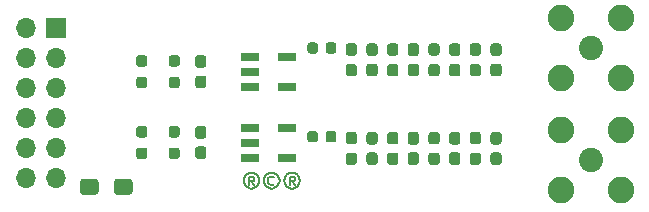
<source format=gbr>
G04 #@! TF.GenerationSoftware,KiCad,Pcbnew,5.1.10-1.fc33*
G04 #@! TF.CreationDate,2021-10-10T14:47:09-05:00*
G04 #@! TF.ProjectId,lvds_pmod,6c766473-5f70-46d6-9f64-2e6b69636164,A*
G04 #@! TF.SameCoordinates,Original*
G04 #@! TF.FileFunction,Soldermask,Top*
G04 #@! TF.FilePolarity,Negative*
%FSLAX46Y46*%
G04 Gerber Fmt 4.6, Leading zero omitted, Abs format (unit mm)*
G04 Created by KiCad (PCBNEW 5.1.10-1.fc33) date 2021-10-10 14:47:09*
%MOMM*%
%LPD*%
G01*
G04 APERTURE LIST*
%ADD10C,0.150000*%
%ADD11R,1.650000X0.760000*%
%ADD12C,2.250000*%
%ADD13C,2.050000*%
%ADD14O,1.700000X1.700000*%
%ADD15R,1.700000X1.700000*%
G04 APERTURE END LIST*
D10*
X148023809Y-98559523D02*
X147785714Y-98273809D01*
X147595238Y-98559523D02*
X147595238Y-97892857D01*
X147880952Y-97892857D01*
X147976190Y-97940476D01*
X148023809Y-98035714D01*
X148023809Y-98130952D01*
X147976190Y-98226190D01*
X147880952Y-98273809D01*
X147595238Y-98273809D01*
X147785714Y-97559523D02*
X147547619Y-97607142D01*
X147309523Y-97750000D01*
X147166666Y-97988095D01*
X147119047Y-98226190D01*
X147166666Y-98464285D01*
X147309523Y-98702380D01*
X147547619Y-98845238D01*
X147785714Y-98892857D01*
X148023809Y-98845238D01*
X148261904Y-98702380D01*
X148404761Y-98464285D01*
X148452380Y-98226190D01*
X148404761Y-97988095D01*
X148261904Y-97750000D01*
X148023809Y-97607142D01*
X147785714Y-97559523D01*
X149690476Y-97940476D02*
X149595238Y-97892857D01*
X149404761Y-97892857D01*
X149309523Y-97940476D01*
X149214285Y-98035714D01*
X149166666Y-98130952D01*
X149166666Y-98321428D01*
X149214285Y-98416666D01*
X149309523Y-98511904D01*
X149404761Y-98559523D01*
X149595238Y-98559523D01*
X149690476Y-98511904D01*
X149500000Y-97559523D02*
X149261904Y-97607142D01*
X149023809Y-97750000D01*
X148880952Y-97988095D01*
X148833333Y-98226190D01*
X148880952Y-98464285D01*
X149023809Y-98702380D01*
X149261904Y-98845238D01*
X149500000Y-98892857D01*
X149738095Y-98845238D01*
X149976190Y-98702380D01*
X150119047Y-98464285D01*
X150166666Y-98226190D01*
X150119047Y-97988095D01*
X149976190Y-97750000D01*
X149738095Y-97607142D01*
X149500000Y-97559523D01*
X151452380Y-98559523D02*
X151214285Y-98273809D01*
X151023809Y-98559523D02*
X151023809Y-97892857D01*
X151309523Y-97892857D01*
X151404761Y-97940476D01*
X151452380Y-98035714D01*
X151452380Y-98130952D01*
X151404761Y-98226190D01*
X151309523Y-98273809D01*
X151023809Y-98273809D01*
X151214285Y-97559523D02*
X150976190Y-97607142D01*
X150738095Y-97750000D01*
X150595238Y-97988095D01*
X150547619Y-98226190D01*
X150595238Y-98464285D01*
X150738095Y-98702380D01*
X150976190Y-98845238D01*
X151214285Y-98892857D01*
X151452380Y-98845238D01*
X151690476Y-98702380D01*
X151833333Y-98464285D01*
X151880952Y-98226190D01*
X151833333Y-97988095D01*
X151690476Y-97750000D01*
X151452380Y-97607142D01*
X151214285Y-97559523D01*
G36*
G01*
X166512500Y-95850000D02*
X166987500Y-95850000D01*
G75*
G02*
X167225000Y-96087500I0J-237500D01*
G01*
X167225000Y-96662500D01*
G75*
G02*
X166987500Y-96900000I-237500J0D01*
G01*
X166512500Y-96900000D01*
G75*
G02*
X166275000Y-96662500I0J237500D01*
G01*
X166275000Y-96087500D01*
G75*
G02*
X166512500Y-95850000I237500J0D01*
G01*
G37*
G36*
G01*
X166512500Y-94100000D02*
X166987500Y-94100000D01*
G75*
G02*
X167225000Y-94337500I0J-237500D01*
G01*
X167225000Y-94912500D01*
G75*
G02*
X166987500Y-95150000I-237500J0D01*
G01*
X166512500Y-95150000D01*
G75*
G02*
X166275000Y-94912500I0J237500D01*
G01*
X166275000Y-94337500D01*
G75*
G02*
X166512500Y-94100000I237500J0D01*
G01*
G37*
G36*
G01*
X166512500Y-88350000D02*
X166987500Y-88350000D01*
G75*
G02*
X167225000Y-88587500I0J-237500D01*
G01*
X167225000Y-89162500D01*
G75*
G02*
X166987500Y-89400000I-237500J0D01*
G01*
X166512500Y-89400000D01*
G75*
G02*
X166275000Y-89162500I0J237500D01*
G01*
X166275000Y-88587500D01*
G75*
G02*
X166512500Y-88350000I237500J0D01*
G01*
G37*
G36*
G01*
X166512500Y-86600000D02*
X166987500Y-86600000D01*
G75*
G02*
X167225000Y-86837500I0J-237500D01*
G01*
X167225000Y-87412500D01*
G75*
G02*
X166987500Y-87650000I-237500J0D01*
G01*
X166512500Y-87650000D01*
G75*
G02*
X166275000Y-87412500I0J237500D01*
G01*
X166275000Y-86837500D01*
G75*
G02*
X166512500Y-86600000I237500J0D01*
G01*
G37*
G36*
G01*
X163012500Y-95850000D02*
X163487500Y-95850000D01*
G75*
G02*
X163725000Y-96087500I0J-237500D01*
G01*
X163725000Y-96662500D01*
G75*
G02*
X163487500Y-96900000I-237500J0D01*
G01*
X163012500Y-96900000D01*
G75*
G02*
X162775000Y-96662500I0J237500D01*
G01*
X162775000Y-96087500D01*
G75*
G02*
X163012500Y-95850000I237500J0D01*
G01*
G37*
G36*
G01*
X163012500Y-94100000D02*
X163487500Y-94100000D01*
G75*
G02*
X163725000Y-94337500I0J-237500D01*
G01*
X163725000Y-94912500D01*
G75*
G02*
X163487500Y-95150000I-237500J0D01*
G01*
X163012500Y-95150000D01*
G75*
G02*
X162775000Y-94912500I0J237500D01*
G01*
X162775000Y-94337500D01*
G75*
G02*
X163012500Y-94100000I237500J0D01*
G01*
G37*
G36*
G01*
X163012500Y-88350000D02*
X163487500Y-88350000D01*
G75*
G02*
X163725000Y-88587500I0J-237500D01*
G01*
X163725000Y-89162500D01*
G75*
G02*
X163487500Y-89400000I-237500J0D01*
G01*
X163012500Y-89400000D01*
G75*
G02*
X162775000Y-89162500I0J237500D01*
G01*
X162775000Y-88587500D01*
G75*
G02*
X163012500Y-88350000I237500J0D01*
G01*
G37*
G36*
G01*
X163012500Y-86600000D02*
X163487500Y-86600000D01*
G75*
G02*
X163725000Y-86837500I0J-237500D01*
G01*
X163725000Y-87412500D01*
G75*
G02*
X163487500Y-87650000I-237500J0D01*
G01*
X163012500Y-87650000D01*
G75*
G02*
X162775000Y-87412500I0J237500D01*
G01*
X162775000Y-86837500D01*
G75*
G02*
X163012500Y-86600000I237500J0D01*
G01*
G37*
G36*
G01*
X159512500Y-95850000D02*
X159987500Y-95850000D01*
G75*
G02*
X160225000Y-96087500I0J-237500D01*
G01*
X160225000Y-96662500D01*
G75*
G02*
X159987500Y-96900000I-237500J0D01*
G01*
X159512500Y-96900000D01*
G75*
G02*
X159275000Y-96662500I0J237500D01*
G01*
X159275000Y-96087500D01*
G75*
G02*
X159512500Y-95850000I237500J0D01*
G01*
G37*
G36*
G01*
X159512500Y-94100000D02*
X159987500Y-94100000D01*
G75*
G02*
X160225000Y-94337500I0J-237500D01*
G01*
X160225000Y-94912500D01*
G75*
G02*
X159987500Y-95150000I-237500J0D01*
G01*
X159512500Y-95150000D01*
G75*
G02*
X159275000Y-94912500I0J237500D01*
G01*
X159275000Y-94337500D01*
G75*
G02*
X159512500Y-94100000I237500J0D01*
G01*
G37*
G36*
G01*
X159512500Y-88350000D02*
X159987500Y-88350000D01*
G75*
G02*
X160225000Y-88587500I0J-237500D01*
G01*
X160225000Y-89162500D01*
G75*
G02*
X159987500Y-89400000I-237500J0D01*
G01*
X159512500Y-89400000D01*
G75*
G02*
X159275000Y-89162500I0J237500D01*
G01*
X159275000Y-88587500D01*
G75*
G02*
X159512500Y-88350000I237500J0D01*
G01*
G37*
G36*
G01*
X159512500Y-86600000D02*
X159987500Y-86600000D01*
G75*
G02*
X160225000Y-86837500I0J-237500D01*
G01*
X160225000Y-87412500D01*
G75*
G02*
X159987500Y-87650000I-237500J0D01*
G01*
X159512500Y-87650000D01*
G75*
G02*
X159275000Y-87412500I0J237500D01*
G01*
X159275000Y-86837500D01*
G75*
G02*
X159512500Y-86600000I237500J0D01*
G01*
G37*
G36*
G01*
X156012500Y-95850000D02*
X156487500Y-95850000D01*
G75*
G02*
X156725000Y-96087500I0J-237500D01*
G01*
X156725000Y-96662500D01*
G75*
G02*
X156487500Y-96900000I-237500J0D01*
G01*
X156012500Y-96900000D01*
G75*
G02*
X155775000Y-96662500I0J237500D01*
G01*
X155775000Y-96087500D01*
G75*
G02*
X156012500Y-95850000I237500J0D01*
G01*
G37*
G36*
G01*
X156012500Y-94100000D02*
X156487500Y-94100000D01*
G75*
G02*
X156725000Y-94337500I0J-237500D01*
G01*
X156725000Y-94912500D01*
G75*
G02*
X156487500Y-95150000I-237500J0D01*
G01*
X156012500Y-95150000D01*
G75*
G02*
X155775000Y-94912500I0J237500D01*
G01*
X155775000Y-94337500D01*
G75*
G02*
X156012500Y-94100000I237500J0D01*
G01*
G37*
G36*
G01*
X156012500Y-88350000D02*
X156487500Y-88350000D01*
G75*
G02*
X156725000Y-88587500I0J-237500D01*
G01*
X156725000Y-89162500D01*
G75*
G02*
X156487500Y-89400000I-237500J0D01*
G01*
X156012500Y-89400000D01*
G75*
G02*
X155775000Y-89162500I0J237500D01*
G01*
X155775000Y-88587500D01*
G75*
G02*
X156012500Y-88350000I237500J0D01*
G01*
G37*
G36*
G01*
X156012500Y-86600000D02*
X156487500Y-86600000D01*
G75*
G02*
X156725000Y-86837500I0J-237500D01*
G01*
X156725000Y-87412500D01*
G75*
G02*
X156487500Y-87650000I-237500J0D01*
G01*
X156012500Y-87650000D01*
G75*
G02*
X155775000Y-87412500I0J237500D01*
G01*
X155775000Y-86837500D01*
G75*
G02*
X156012500Y-86600000I237500J0D01*
G01*
G37*
G36*
G01*
X168262500Y-95825000D02*
X168737500Y-95825000D01*
G75*
G02*
X168975000Y-96062500I0J-237500D01*
G01*
X168975000Y-96662500D01*
G75*
G02*
X168737500Y-96900000I-237500J0D01*
G01*
X168262500Y-96900000D01*
G75*
G02*
X168025000Y-96662500I0J237500D01*
G01*
X168025000Y-96062500D01*
G75*
G02*
X168262500Y-95825000I237500J0D01*
G01*
G37*
G36*
G01*
X168262500Y-94100000D02*
X168737500Y-94100000D01*
G75*
G02*
X168975000Y-94337500I0J-237500D01*
G01*
X168975000Y-94937500D01*
G75*
G02*
X168737500Y-95175000I-237500J0D01*
G01*
X168262500Y-95175000D01*
G75*
G02*
X168025000Y-94937500I0J237500D01*
G01*
X168025000Y-94337500D01*
G75*
G02*
X168262500Y-94100000I237500J0D01*
G01*
G37*
G36*
G01*
X168262500Y-88325000D02*
X168737500Y-88325000D01*
G75*
G02*
X168975000Y-88562500I0J-237500D01*
G01*
X168975000Y-89162500D01*
G75*
G02*
X168737500Y-89400000I-237500J0D01*
G01*
X168262500Y-89400000D01*
G75*
G02*
X168025000Y-89162500I0J237500D01*
G01*
X168025000Y-88562500D01*
G75*
G02*
X168262500Y-88325000I237500J0D01*
G01*
G37*
G36*
G01*
X168262500Y-86600000D02*
X168737500Y-86600000D01*
G75*
G02*
X168975000Y-86837500I0J-237500D01*
G01*
X168975000Y-87437500D01*
G75*
G02*
X168737500Y-87675000I-237500J0D01*
G01*
X168262500Y-87675000D01*
G75*
G02*
X168025000Y-87437500I0J237500D01*
G01*
X168025000Y-86837500D01*
G75*
G02*
X168262500Y-86600000I237500J0D01*
G01*
G37*
G36*
G01*
X164762500Y-95825000D02*
X165237500Y-95825000D01*
G75*
G02*
X165475000Y-96062500I0J-237500D01*
G01*
X165475000Y-96662500D01*
G75*
G02*
X165237500Y-96900000I-237500J0D01*
G01*
X164762500Y-96900000D01*
G75*
G02*
X164525000Y-96662500I0J237500D01*
G01*
X164525000Y-96062500D01*
G75*
G02*
X164762500Y-95825000I237500J0D01*
G01*
G37*
G36*
G01*
X164762500Y-94100000D02*
X165237500Y-94100000D01*
G75*
G02*
X165475000Y-94337500I0J-237500D01*
G01*
X165475000Y-94937500D01*
G75*
G02*
X165237500Y-95175000I-237500J0D01*
G01*
X164762500Y-95175000D01*
G75*
G02*
X164525000Y-94937500I0J237500D01*
G01*
X164525000Y-94337500D01*
G75*
G02*
X164762500Y-94100000I237500J0D01*
G01*
G37*
G36*
G01*
X164762500Y-88325000D02*
X165237500Y-88325000D01*
G75*
G02*
X165475000Y-88562500I0J-237500D01*
G01*
X165475000Y-89162500D01*
G75*
G02*
X165237500Y-89400000I-237500J0D01*
G01*
X164762500Y-89400000D01*
G75*
G02*
X164525000Y-89162500I0J237500D01*
G01*
X164525000Y-88562500D01*
G75*
G02*
X164762500Y-88325000I237500J0D01*
G01*
G37*
G36*
G01*
X164762500Y-86600000D02*
X165237500Y-86600000D01*
G75*
G02*
X165475000Y-86837500I0J-237500D01*
G01*
X165475000Y-87437500D01*
G75*
G02*
X165237500Y-87675000I-237500J0D01*
G01*
X164762500Y-87675000D01*
G75*
G02*
X164525000Y-87437500I0J237500D01*
G01*
X164525000Y-86837500D01*
G75*
G02*
X164762500Y-86600000I237500J0D01*
G01*
G37*
G36*
G01*
X161262500Y-95825000D02*
X161737500Y-95825000D01*
G75*
G02*
X161975000Y-96062500I0J-237500D01*
G01*
X161975000Y-96662500D01*
G75*
G02*
X161737500Y-96900000I-237500J0D01*
G01*
X161262500Y-96900000D01*
G75*
G02*
X161025000Y-96662500I0J237500D01*
G01*
X161025000Y-96062500D01*
G75*
G02*
X161262500Y-95825000I237500J0D01*
G01*
G37*
G36*
G01*
X161262500Y-94100000D02*
X161737500Y-94100000D01*
G75*
G02*
X161975000Y-94337500I0J-237500D01*
G01*
X161975000Y-94937500D01*
G75*
G02*
X161737500Y-95175000I-237500J0D01*
G01*
X161262500Y-95175000D01*
G75*
G02*
X161025000Y-94937500I0J237500D01*
G01*
X161025000Y-94337500D01*
G75*
G02*
X161262500Y-94100000I237500J0D01*
G01*
G37*
G36*
G01*
X161262500Y-88325000D02*
X161737500Y-88325000D01*
G75*
G02*
X161975000Y-88562500I0J-237500D01*
G01*
X161975000Y-89162500D01*
G75*
G02*
X161737500Y-89400000I-237500J0D01*
G01*
X161262500Y-89400000D01*
G75*
G02*
X161025000Y-89162500I0J237500D01*
G01*
X161025000Y-88562500D01*
G75*
G02*
X161262500Y-88325000I237500J0D01*
G01*
G37*
G36*
G01*
X161262500Y-86600000D02*
X161737500Y-86600000D01*
G75*
G02*
X161975000Y-86837500I0J-237500D01*
G01*
X161975000Y-87437500D01*
G75*
G02*
X161737500Y-87675000I-237500J0D01*
G01*
X161262500Y-87675000D01*
G75*
G02*
X161025000Y-87437500I0J237500D01*
G01*
X161025000Y-86837500D01*
G75*
G02*
X161262500Y-86600000I237500J0D01*
G01*
G37*
G36*
G01*
X157762500Y-95825000D02*
X158237500Y-95825000D01*
G75*
G02*
X158475000Y-96062500I0J-237500D01*
G01*
X158475000Y-96662500D01*
G75*
G02*
X158237500Y-96900000I-237500J0D01*
G01*
X157762500Y-96900000D01*
G75*
G02*
X157525000Y-96662500I0J237500D01*
G01*
X157525000Y-96062500D01*
G75*
G02*
X157762500Y-95825000I237500J0D01*
G01*
G37*
G36*
G01*
X157762500Y-94100000D02*
X158237500Y-94100000D01*
G75*
G02*
X158475000Y-94337500I0J-237500D01*
G01*
X158475000Y-94937500D01*
G75*
G02*
X158237500Y-95175000I-237500J0D01*
G01*
X157762500Y-95175000D01*
G75*
G02*
X157525000Y-94937500I0J237500D01*
G01*
X157525000Y-94337500D01*
G75*
G02*
X157762500Y-94100000I237500J0D01*
G01*
G37*
G36*
G01*
X157762500Y-88325000D02*
X158237500Y-88325000D01*
G75*
G02*
X158475000Y-88562500I0J-237500D01*
G01*
X158475000Y-89162500D01*
G75*
G02*
X158237500Y-89400000I-237500J0D01*
G01*
X157762500Y-89400000D01*
G75*
G02*
X157525000Y-89162500I0J237500D01*
G01*
X157525000Y-88562500D01*
G75*
G02*
X157762500Y-88325000I237500J0D01*
G01*
G37*
G36*
G01*
X157762500Y-86600000D02*
X158237500Y-86600000D01*
G75*
G02*
X158475000Y-86837500I0J-237500D01*
G01*
X158475000Y-87437500D01*
G75*
G02*
X158237500Y-87675000I-237500J0D01*
G01*
X157762500Y-87675000D01*
G75*
G02*
X157525000Y-87437500I0J237500D01*
G01*
X157525000Y-86837500D01*
G75*
G02*
X157762500Y-86600000I237500J0D01*
G01*
G37*
G36*
G01*
X154075000Y-94750000D02*
X154075000Y-94250000D01*
G75*
G02*
X154300000Y-94025000I225000J0D01*
G01*
X154750000Y-94025000D01*
G75*
G02*
X154975000Y-94250000I0J-225000D01*
G01*
X154975000Y-94750000D01*
G75*
G02*
X154750000Y-94975000I-225000J0D01*
G01*
X154300000Y-94975000D01*
G75*
G02*
X154075000Y-94750000I0J225000D01*
G01*
G37*
G36*
G01*
X152525000Y-94750000D02*
X152525000Y-94250000D01*
G75*
G02*
X152750000Y-94025000I225000J0D01*
G01*
X153200000Y-94025000D01*
G75*
G02*
X153425000Y-94250000I0J-225000D01*
G01*
X153425000Y-94750000D01*
G75*
G02*
X153200000Y-94975000I-225000J0D01*
G01*
X152750000Y-94975000D01*
G75*
G02*
X152525000Y-94750000I0J225000D01*
G01*
G37*
G36*
G01*
X154075000Y-87250000D02*
X154075000Y-86750000D01*
G75*
G02*
X154300000Y-86525000I225000J0D01*
G01*
X154750000Y-86525000D01*
G75*
G02*
X154975000Y-86750000I0J-225000D01*
G01*
X154975000Y-87250000D01*
G75*
G02*
X154750000Y-87475000I-225000J0D01*
G01*
X154300000Y-87475000D01*
G75*
G02*
X154075000Y-87250000I0J225000D01*
G01*
G37*
G36*
G01*
X152525000Y-87250000D02*
X152525000Y-86750000D01*
G75*
G02*
X152750000Y-86525000I225000J0D01*
G01*
X153200000Y-86525000D01*
G75*
G02*
X153425000Y-86750000I0J-225000D01*
G01*
X153425000Y-87250000D01*
G75*
G02*
X153200000Y-87475000I-225000J0D01*
G01*
X152750000Y-87475000D01*
G75*
G02*
X152525000Y-87250000I0J225000D01*
G01*
G37*
D11*
X150840000Y-93730000D03*
X150840000Y-96270000D03*
X147660000Y-96270000D03*
X147660000Y-95000000D03*
X147660000Y-93730000D03*
X150840000Y-87730000D03*
X150840000Y-90270000D03*
X147660000Y-90270000D03*
X147660000Y-89000000D03*
X147660000Y-87730000D03*
G36*
G01*
X138262500Y-95425000D02*
X138737500Y-95425000D01*
G75*
G02*
X138975000Y-95662500I0J-237500D01*
G01*
X138975000Y-96162500D01*
G75*
G02*
X138737500Y-96400000I-237500J0D01*
G01*
X138262500Y-96400000D01*
G75*
G02*
X138025000Y-96162500I0J237500D01*
G01*
X138025000Y-95662500D01*
G75*
G02*
X138262500Y-95425000I237500J0D01*
G01*
G37*
G36*
G01*
X138262500Y-93600000D02*
X138737500Y-93600000D01*
G75*
G02*
X138975000Y-93837500I0J-237500D01*
G01*
X138975000Y-94337500D01*
G75*
G02*
X138737500Y-94575000I-237500J0D01*
G01*
X138262500Y-94575000D01*
G75*
G02*
X138025000Y-94337500I0J237500D01*
G01*
X138025000Y-93837500D01*
G75*
G02*
X138262500Y-93600000I237500J0D01*
G01*
G37*
G36*
G01*
X141487500Y-94575000D02*
X141012500Y-94575000D01*
G75*
G02*
X140775000Y-94337500I0J237500D01*
G01*
X140775000Y-93837500D01*
G75*
G02*
X141012500Y-93600000I237500J0D01*
G01*
X141487500Y-93600000D01*
G75*
G02*
X141725000Y-93837500I0J-237500D01*
G01*
X141725000Y-94337500D01*
G75*
G02*
X141487500Y-94575000I-237500J0D01*
G01*
G37*
G36*
G01*
X141487500Y-96400000D02*
X141012500Y-96400000D01*
G75*
G02*
X140775000Y-96162500I0J237500D01*
G01*
X140775000Y-95662500D01*
G75*
G02*
X141012500Y-95425000I237500J0D01*
G01*
X141487500Y-95425000D01*
G75*
G02*
X141725000Y-95662500I0J-237500D01*
G01*
X141725000Y-96162500D01*
G75*
G02*
X141487500Y-96400000I-237500J0D01*
G01*
G37*
G36*
G01*
X138262500Y-89425000D02*
X138737500Y-89425000D01*
G75*
G02*
X138975000Y-89662500I0J-237500D01*
G01*
X138975000Y-90162500D01*
G75*
G02*
X138737500Y-90400000I-237500J0D01*
G01*
X138262500Y-90400000D01*
G75*
G02*
X138025000Y-90162500I0J237500D01*
G01*
X138025000Y-89662500D01*
G75*
G02*
X138262500Y-89425000I237500J0D01*
G01*
G37*
G36*
G01*
X138262500Y-87600000D02*
X138737500Y-87600000D01*
G75*
G02*
X138975000Y-87837500I0J-237500D01*
G01*
X138975000Y-88337500D01*
G75*
G02*
X138737500Y-88575000I-237500J0D01*
G01*
X138262500Y-88575000D01*
G75*
G02*
X138025000Y-88337500I0J237500D01*
G01*
X138025000Y-87837500D01*
G75*
G02*
X138262500Y-87600000I237500J0D01*
G01*
G37*
G36*
G01*
X141487500Y-88575000D02*
X141012500Y-88575000D01*
G75*
G02*
X140775000Y-88337500I0J237500D01*
G01*
X140775000Y-87837500D01*
G75*
G02*
X141012500Y-87600000I237500J0D01*
G01*
X141487500Y-87600000D01*
G75*
G02*
X141725000Y-87837500I0J-237500D01*
G01*
X141725000Y-88337500D01*
G75*
G02*
X141487500Y-88575000I-237500J0D01*
G01*
G37*
G36*
G01*
X141487500Y-90400000D02*
X141012500Y-90400000D01*
G75*
G02*
X140775000Y-90162500I0J237500D01*
G01*
X140775000Y-89662500D01*
G75*
G02*
X141012500Y-89425000I237500J0D01*
G01*
X141487500Y-89425000D01*
G75*
G02*
X141725000Y-89662500I0J-237500D01*
G01*
X141725000Y-90162500D01*
G75*
G02*
X141487500Y-90400000I-237500J0D01*
G01*
G37*
D12*
X173960000Y-99040000D03*
X173960000Y-93960000D03*
X179040000Y-93960000D03*
X179040000Y-99040000D03*
D13*
X176500000Y-96500000D03*
D12*
X173960000Y-89540000D03*
X173960000Y-84460000D03*
X179040000Y-84460000D03*
X179040000Y-89540000D03*
D13*
X176500000Y-87000000D03*
G36*
G01*
X143262500Y-95325000D02*
X143737500Y-95325000D01*
G75*
G02*
X143975000Y-95562500I0J-237500D01*
G01*
X143975000Y-96162500D01*
G75*
G02*
X143737500Y-96400000I-237500J0D01*
G01*
X143262500Y-96400000D01*
G75*
G02*
X143025000Y-96162500I0J237500D01*
G01*
X143025000Y-95562500D01*
G75*
G02*
X143262500Y-95325000I237500J0D01*
G01*
G37*
G36*
G01*
X143262500Y-93600000D02*
X143737500Y-93600000D01*
G75*
G02*
X143975000Y-93837500I0J-237500D01*
G01*
X143975000Y-94437500D01*
G75*
G02*
X143737500Y-94675000I-237500J0D01*
G01*
X143262500Y-94675000D01*
G75*
G02*
X143025000Y-94437500I0J237500D01*
G01*
X143025000Y-93837500D01*
G75*
G02*
X143262500Y-93600000I237500J0D01*
G01*
G37*
G36*
G01*
X143262500Y-89325000D02*
X143737500Y-89325000D01*
G75*
G02*
X143975000Y-89562500I0J-237500D01*
G01*
X143975000Y-90162500D01*
G75*
G02*
X143737500Y-90400000I-237500J0D01*
G01*
X143262500Y-90400000D01*
G75*
G02*
X143025000Y-90162500I0J237500D01*
G01*
X143025000Y-89562500D01*
G75*
G02*
X143262500Y-89325000I237500J0D01*
G01*
G37*
G36*
G01*
X143262500Y-87600000D02*
X143737500Y-87600000D01*
G75*
G02*
X143975000Y-87837500I0J-237500D01*
G01*
X143975000Y-88437500D01*
G75*
G02*
X143737500Y-88675000I-237500J0D01*
G01*
X143262500Y-88675000D01*
G75*
G02*
X143025000Y-88437500I0J237500D01*
G01*
X143025000Y-87837500D01*
G75*
G02*
X143262500Y-87600000I237500J0D01*
G01*
G37*
G36*
G01*
X136150000Y-99175001D02*
X136150000Y-98324999D01*
G75*
G02*
X136399999Y-98075000I249999J0D01*
G01*
X137475001Y-98075000D01*
G75*
G02*
X137725000Y-98324999I0J-249999D01*
G01*
X137725000Y-99175001D01*
G75*
G02*
X137475001Y-99425000I-249999J0D01*
G01*
X136399999Y-99425000D01*
G75*
G02*
X136150000Y-99175001I0J249999D01*
G01*
G37*
G36*
G01*
X133275000Y-99175001D02*
X133275000Y-98324999D01*
G75*
G02*
X133524999Y-98075000I249999J0D01*
G01*
X134600001Y-98075000D01*
G75*
G02*
X134850000Y-98324999I0J-249999D01*
G01*
X134850000Y-99175001D01*
G75*
G02*
X134600001Y-99425000I-249999J0D01*
G01*
X133524999Y-99425000D01*
G75*
G02*
X133275000Y-99175001I0J249999D01*
G01*
G37*
D14*
X128660000Y-98005000D03*
X131200000Y-98005000D03*
X128660000Y-95465000D03*
X131200000Y-95465000D03*
X128660000Y-92925000D03*
X131200000Y-92925000D03*
X128660000Y-90385000D03*
X131200000Y-90385000D03*
X128660000Y-87845000D03*
X131200000Y-87845000D03*
X128660000Y-85305000D03*
D15*
X131200000Y-85305000D03*
M02*

</source>
